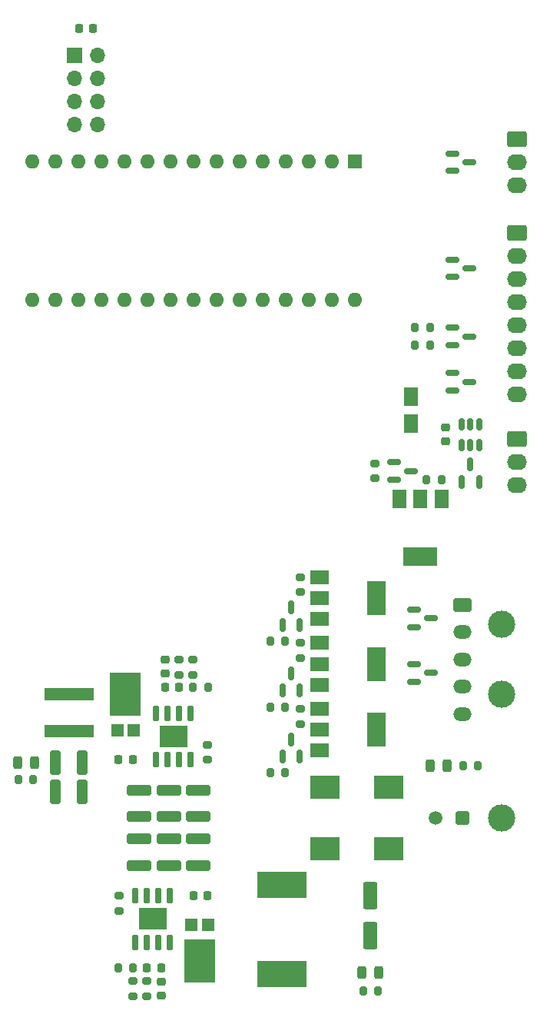
<source format=gbr>
%TF.GenerationSoftware,KiCad,Pcbnew,(6.0.1)*%
%TF.CreationDate,2023-02-14T20:17:07+00:00*%
%TF.ProjectId,dodsfalla_controller,646f6473-6661-46c6-9c61-5f636f6e7472,rev?*%
%TF.SameCoordinates,Original*%
%TF.FileFunction,Soldermask,Top*%
%TF.FilePolarity,Negative*%
%FSLAX46Y46*%
G04 Gerber Fmt 4.6, Leading zero omitted, Abs format (unit mm)*
G04 Created by KiCad (PCBNEW (6.0.1)) date 2023-02-14 20:17:07*
%MOMM*%
%LPD*%
G01*
G04 APERTURE LIST*
G04 Aperture macros list*
%AMRoundRect*
0 Rectangle with rounded corners*
0 $1 Rounding radius*
0 $2 $3 $4 $5 $6 $7 $8 $9 X,Y pos of 4 corners*
0 Add a 4 corners polygon primitive as box body*
4,1,4,$2,$3,$4,$5,$6,$7,$8,$9,$2,$3,0*
0 Add four circle primitives for the rounded corners*
1,1,$1+$1,$2,$3*
1,1,$1+$1,$4,$5*
1,1,$1+$1,$6,$7*
1,1,$1+$1,$8,$9*
0 Add four rect primitives between the rounded corners*
20,1,$1+$1,$2,$3,$4,$5,0*
20,1,$1+$1,$4,$5,$6,$7,0*
20,1,$1+$1,$6,$7,$8,$9,0*
20,1,$1+$1,$8,$9,$2,$3,0*%
%AMFreePoly0*
4,1,6,1.000000,0.000000,0.500000,-0.750000,-0.500000,-0.750000,-0.500000,0.750000,0.500000,0.750000,1.000000,0.000000,1.000000,0.000000,$1*%
G04 Aperture macros list end*
%ADD10RoundRect,0.200000X-0.275000X0.200000X-0.275000X-0.200000X0.275000X-0.200000X0.275000X0.200000X0*%
%ADD11C,3.000000*%
%ADD12RoundRect,0.250001X-0.759999X0.499999X-0.759999X-0.499999X0.759999X-0.499999X0.759999X0.499999X0*%
%ADD13O,2.020000X1.500000*%
%ADD14RoundRect,0.150000X-0.587500X-0.150000X0.587500X-0.150000X0.587500X0.150000X-0.587500X0.150000X0*%
%ADD15RoundRect,0.250000X-1.100000X0.325000X-1.100000X-0.325000X1.100000X-0.325000X1.100000X0.325000X0*%
%ADD16RoundRect,0.200000X0.275000X-0.200000X0.275000X0.200000X-0.275000X0.200000X-0.275000X-0.200000X0*%
%ADD17RoundRect,0.200000X-0.200000X-0.275000X0.200000X-0.275000X0.200000X0.275000X-0.200000X0.275000X0*%
%ADD18RoundRect,0.225000X0.225000X0.250000X-0.225000X0.250000X-0.225000X-0.250000X0.225000X-0.250000X0*%
%ADD19RoundRect,0.243750X-0.243750X-0.456250X0.243750X-0.456250X0.243750X0.456250X-0.243750X0.456250X0*%
%ADD20RoundRect,0.250000X1.100000X-0.325000X1.100000X0.325000X-1.100000X0.325000X-1.100000X-0.325000X0*%
%ADD21R,2.000000X1.500000*%
%ADD22R,2.000000X3.800000*%
%ADD23RoundRect,0.225000X0.250000X-0.225000X0.250000X0.225000X-0.250000X0.225000X-0.250000X-0.225000X0*%
%ADD24RoundRect,0.200000X0.200000X0.275000X-0.200000X0.275000X-0.200000X-0.275000X0.200000X-0.275000X0*%
%ADD25RoundRect,0.225000X-0.225000X-0.250000X0.225000X-0.250000X0.225000X0.250000X-0.225000X0.250000X0*%
%ADD26R,3.360000X4.860000*%
%ADD27R,1.390000X1.400000*%
%ADD28R,3.100000X2.400000*%
%ADD29RoundRect,0.150000X0.150000X-0.737500X0.150000X0.737500X-0.150000X0.737500X-0.150000X-0.737500X0*%
%ADD30R,5.500000X1.430000*%
%ADD31RoundRect,0.243750X0.243750X0.456250X-0.243750X0.456250X-0.243750X-0.456250X0.243750X-0.456250X0*%
%ADD32RoundRect,0.250000X-0.845000X0.620000X-0.845000X-0.620000X0.845000X-0.620000X0.845000X0.620000X0*%
%ADD33O,2.190000X1.740000*%
%ADD34R,1.500000X1.500000*%
%ADD35FreePoly0,90.000000*%
%ADD36FreePoly0,270.000000*%
%ADD37R,1.500000X2.000000*%
%ADD38R,3.800000X2.000000*%
%ADD39R,5.400000X2.900000*%
%ADD40RoundRect,0.250001X-0.499999X0.499999X-0.499999X-0.499999X0.499999X-0.499999X0.499999X0.499999X0*%
%ADD41C,1.500000*%
%ADD42RoundRect,0.250000X-0.325000X-1.100000X0.325000X-1.100000X0.325000X1.100000X-0.325000X1.100000X0*%
%ADD43RoundRect,0.250000X-0.550000X1.250000X-0.550000X-1.250000X0.550000X-1.250000X0.550000X1.250000X0*%
%ADD44RoundRect,0.225000X-0.250000X0.225000X-0.250000X-0.225000X0.250000X-0.225000X0.250000X0.225000X0*%
%ADD45RoundRect,0.150000X-0.150000X0.737500X-0.150000X-0.737500X0.150000X-0.737500X0.150000X0.737500X0*%
%ADD46RoundRect,0.150000X0.150000X-0.587500X0.150000X0.587500X-0.150000X0.587500X-0.150000X-0.587500X0*%
%ADD47R,1.600000X1.600000*%
%ADD48O,1.600000X1.600000*%
%ADD49R,3.300000X2.500000*%
%ADD50O,1.700000X1.700000*%
%ADD51R,1.700000X1.700000*%
%ADD52RoundRect,0.150000X-0.150000X0.512500X-0.150000X-0.512500X0.150000X-0.512500X0.150000X0.512500X0*%
G04 APERTURE END LIST*
D10*
%TO.C,R14*%
X156175000Y-109293000D03*
X156175000Y-110943000D03*
%TD*%
D11*
%TO.C,J3*%
X190235000Y-105400000D03*
X190235000Y-113100000D03*
D12*
X185915000Y-103250000D03*
D13*
X185915000Y-106250000D03*
X185915000Y-109250000D03*
X185915000Y-112250000D03*
X185915000Y-115250000D03*
%TD*%
D14*
%TO.C,D4*%
X180562500Y-103800000D03*
X180562500Y-105700000D03*
X182437500Y-104750000D03*
%TD*%
D15*
%TO.C,C3*%
X150250000Y-123643000D03*
X150250000Y-126593000D03*
%TD*%
D16*
%TO.C,R7*%
X168000000Y-101850000D03*
X168000000Y-100200000D03*
%TD*%
D14*
%TO.C,D5*%
X180562500Y-109800000D03*
X180562500Y-111700000D03*
X182437500Y-110750000D03*
%TD*%
D17*
%TO.C,R19*%
X164675000Y-107250000D03*
X166325000Y-107250000D03*
%TD*%
D18*
%TO.C,C11*%
X154635000Y-112368000D03*
X153085000Y-112368000D03*
%TD*%
D19*
%TO.C,D12*%
X136812500Y-120618000D03*
X138687500Y-120618000D03*
%TD*%
D17*
%TO.C,R1*%
X185925000Y-121000000D03*
X187575000Y-121000000D03*
%TD*%
%TO.C,R15*%
X156175000Y-112368000D03*
X157825000Y-112368000D03*
%TD*%
D16*
%TO.C,R5*%
X154635000Y-110943000D03*
X154635000Y-109293000D03*
%TD*%
D20*
%TO.C,C6*%
X153500000Y-131975000D03*
X153500000Y-129025000D03*
%TD*%
D21*
%TO.C,Q8*%
X170100000Y-114700000D03*
D22*
X176400000Y-117000000D03*
D21*
X170100000Y-117000000D03*
X170100000Y-119300000D03*
%TD*%
D23*
%TO.C,C8*%
X152665000Y-146275000D03*
X152665000Y-144725000D03*
%TD*%
D24*
%TO.C,R13*%
X149575000Y-143250000D03*
X147925000Y-143250000D03*
%TD*%
D25*
%TO.C,C12*%
X156225000Y-135287500D03*
X157775000Y-135287500D03*
%TD*%
D26*
%TO.C,D7*%
X148750000Y-113118000D03*
D27*
X147830000Y-117100000D03*
X149670000Y-117100000D03*
%TD*%
D16*
%TO.C,R9*%
X168000000Y-116350000D03*
X168000000Y-114700000D03*
%TD*%
D14*
%TO.C,D14*%
X184797500Y-53550000D03*
X184797500Y-55450000D03*
X186672500Y-54500000D03*
%TD*%
D10*
%TO.C,R4*%
X151115000Y-144675000D03*
X151115000Y-146325000D03*
%TD*%
D28*
%TO.C,U2*%
X154000000Y-117750000D03*
D29*
X152095000Y-120312500D03*
X153365000Y-120312500D03*
X154635000Y-120312500D03*
X155905000Y-120312500D03*
X155905000Y-115187500D03*
X154635000Y-115187500D03*
X153365000Y-115187500D03*
X152095000Y-115187500D03*
%TD*%
D30*
%TO.C,L2*%
X142500000Y-113098000D03*
X142500000Y-117138000D03*
%TD*%
D31*
%TO.C,D3*%
X184187500Y-121000000D03*
X182312500Y-121000000D03*
%TD*%
D32*
%TO.C,J5*%
X191915000Y-84960000D03*
D33*
X191915000Y-87500000D03*
X191915000Y-90040000D03*
%TD*%
D34*
%TO.C,J4*%
X180200000Y-83000000D03*
X180200000Y-80600000D03*
D35*
X180200000Y-83800000D03*
D36*
X180200000Y-79800000D03*
%TD*%
D24*
%TO.C,R16*%
X174925000Y-145750000D03*
X176575000Y-145750000D03*
%TD*%
D37*
%TO.C,Q5*%
X183550000Y-91600000D03*
X181250000Y-91600000D03*
D38*
X181250000Y-97900000D03*
D37*
X178950000Y-91600000D03*
%TD*%
D31*
%TO.C,D11*%
X176687500Y-143750000D03*
X174812500Y-143750000D03*
%TD*%
D39*
%TO.C,L1*%
X166000000Y-143950000D03*
X166000000Y-134050000D03*
%TD*%
D11*
%TO.C,J1*%
X190235000Y-126750000D03*
D40*
X185915000Y-126750000D03*
D41*
X182915000Y-126750000D03*
%TD*%
D14*
%TO.C,Q1*%
X178312500Y-87550000D03*
X178312500Y-89450000D03*
X180187500Y-88500000D03*
%TD*%
D15*
%TO.C,C7*%
X156750000Y-123643000D03*
X156750000Y-126593000D03*
%TD*%
D14*
%TO.C,D9*%
X184797500Y-72740000D03*
X184797500Y-74640000D03*
X186672500Y-73690000D03*
%TD*%
D26*
%TO.C,D6*%
X156920000Y-142482000D03*
D27*
X156000000Y-138500000D03*
X157840000Y-138500000D03*
%TD*%
D16*
%TO.C,R12*%
X149575000Y-146325000D03*
X149575000Y-144675000D03*
%TD*%
D42*
%TO.C,C15*%
X141025000Y-120618000D03*
X143975000Y-120618000D03*
%TD*%
D43*
%TO.C,C14*%
X175750000Y-135300000D03*
X175750000Y-139700000D03*
%TD*%
D20*
%TO.C,C4*%
X156750000Y-131975000D03*
X156750000Y-129025000D03*
%TD*%
D15*
%TO.C,C5*%
X153500000Y-123643000D03*
X153500000Y-126593000D03*
%TD*%
D44*
%TO.C,C9*%
X153100000Y-109293000D03*
X153100000Y-110843000D03*
%TD*%
D21*
%TO.C,Q7*%
X170100000Y-107450000D03*
D22*
X176400000Y-109750000D03*
D21*
X170100000Y-109750000D03*
X170100000Y-112050000D03*
%TD*%
D25*
%TO.C,C1*%
X143600000Y-39750000D03*
X145150000Y-39750000D03*
%TD*%
D28*
%TO.C,U1*%
X151750000Y-137850000D03*
D45*
X153655000Y-135287500D03*
X152385000Y-135287500D03*
X151115000Y-135287500D03*
X149845000Y-135287500D03*
X149845000Y-140412500D03*
X151115000Y-140412500D03*
X152385000Y-140412500D03*
X153655000Y-140412500D03*
%TD*%
D17*
%TO.C,R17*%
X136925000Y-122500000D03*
X138575000Y-122500000D03*
%TD*%
D46*
%TO.C,Q3*%
X166050000Y-112687500D03*
X167950000Y-112687500D03*
X167000000Y-110812500D03*
%TD*%
%TO.C,Q2*%
X166050000Y-105437500D03*
X167950000Y-105437500D03*
X167000000Y-103562500D03*
%TD*%
D47*
%TO.C,A1*%
X174050000Y-54390000D03*
D48*
X171510000Y-54390000D03*
X168970000Y-54390000D03*
X166430000Y-54390000D03*
X163890000Y-54390000D03*
X161350000Y-54390000D03*
X158810000Y-54390000D03*
X156270000Y-54390000D03*
X153730000Y-54390000D03*
X151190000Y-54390000D03*
X148650000Y-54390000D03*
X146110000Y-54390000D03*
X143570000Y-54390000D03*
X141030000Y-54390000D03*
X138490000Y-54390000D03*
X138490000Y-69630000D03*
X141030000Y-69630000D03*
X143570000Y-69630000D03*
X146110000Y-69630000D03*
X148650000Y-69630000D03*
X151190000Y-69630000D03*
X153730000Y-69630000D03*
X156270000Y-69630000D03*
X158810000Y-69630000D03*
X161350000Y-69630000D03*
X163890000Y-69630000D03*
X166430000Y-69630000D03*
X168970000Y-69630000D03*
X171510000Y-69630000D03*
X174050000Y-69630000D03*
%TD*%
D32*
%TO.C,J7*%
X191915000Y-51960000D03*
D33*
X191915000Y-54500000D03*
X191915000Y-57040000D03*
%TD*%
D49*
%TO.C,D1*%
X177750000Y-123350000D03*
X177750000Y-130150000D03*
%TD*%
D14*
%TO.C,D10*%
X184797500Y-77740000D03*
X184797500Y-79640000D03*
X186672500Y-78690000D03*
%TD*%
%TO.C,D8*%
X184797500Y-65240000D03*
X184797500Y-67140000D03*
X186672500Y-66190000D03*
%TD*%
D20*
%TO.C,C2*%
X150250000Y-131975000D03*
X150250000Y-129025000D03*
%TD*%
D17*
%TO.C,R6*%
X181900000Y-89500000D03*
X183550000Y-89500000D03*
%TD*%
D50*
%TO.C,J2*%
X145640000Y-50320000D03*
X143100000Y-50320000D03*
X145640000Y-47780000D03*
X143100000Y-47780000D03*
X145640000Y-45240000D03*
X143100000Y-45240000D03*
X145640000Y-42700000D03*
D51*
X143100000Y-42700000D03*
%TD*%
D10*
%TO.C,R10*%
X148000000Y-135287500D03*
X148000000Y-136937500D03*
%TD*%
D16*
%TO.C,R11*%
X157750000Y-120312500D03*
X157750000Y-118662500D03*
%TD*%
D46*
%TO.C,D13*%
X185800000Y-89687500D03*
X187700000Y-89687500D03*
X186750000Y-87812500D03*
%TD*%
D44*
%TO.C,C17*%
X184000000Y-83725000D03*
X184000000Y-85275000D03*
%TD*%
D46*
%TO.C,Q4*%
X166050000Y-119937500D03*
X167950000Y-119937500D03*
X167000000Y-118062500D03*
%TD*%
D17*
%TO.C,R20*%
X164675000Y-114500000D03*
X166325000Y-114500000D03*
%TD*%
D52*
%TO.C,U3*%
X187700000Y-83362500D03*
X186750000Y-83362500D03*
X185800000Y-83362500D03*
X185800000Y-85637500D03*
X186750000Y-85637500D03*
X187700000Y-85637500D03*
%TD*%
D16*
%TO.C,R8*%
X168000000Y-109100000D03*
X168000000Y-107450000D03*
%TD*%
D18*
%TO.C,C13*%
X149525000Y-120312500D03*
X147975000Y-120312500D03*
%TD*%
D17*
%TO.C,R2*%
X180660000Y-72740000D03*
X182310000Y-72740000D03*
%TD*%
D32*
%TO.C,J6*%
X191915000Y-62300000D03*
D33*
X191915000Y-64840000D03*
X191915000Y-67380000D03*
X191915000Y-69920000D03*
X191915000Y-72460000D03*
X191915000Y-75000000D03*
X191915000Y-77540000D03*
X191915000Y-80080000D03*
%TD*%
D49*
%TO.C,D2*%
X170750000Y-130150000D03*
X170750000Y-123350000D03*
%TD*%
D42*
%TO.C,C16*%
X141025000Y-123868000D03*
X143975000Y-123868000D03*
%TD*%
D10*
%TO.C,R18*%
X176250000Y-87675000D03*
X176250000Y-89325000D03*
%TD*%
D17*
%TO.C,R21*%
X164675000Y-121750000D03*
X166325000Y-121750000D03*
%TD*%
D25*
%TO.C,C10*%
X151115000Y-143250000D03*
X152665000Y-143250000D03*
%TD*%
D17*
%TO.C,R3*%
X180660000Y-74640000D03*
X182310000Y-74640000D03*
%TD*%
D21*
%TO.C,Q6*%
X170100000Y-100200000D03*
D22*
X176400000Y-102500000D03*
D21*
X170100000Y-102500000D03*
X170100000Y-104800000D03*
%TD*%
M02*

</source>
